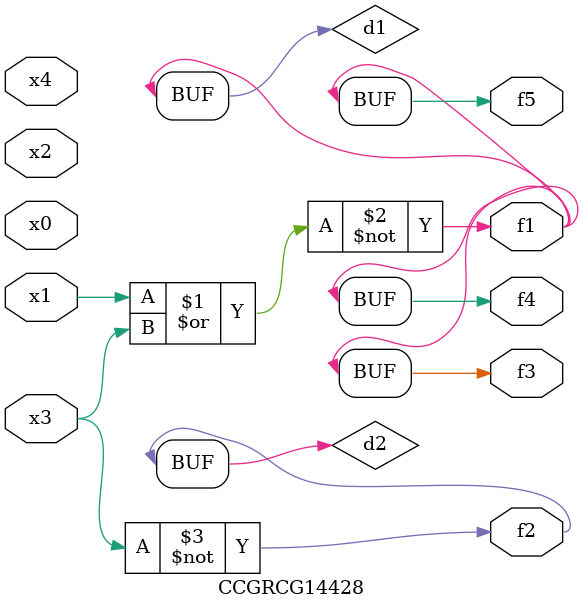
<source format=v>
module CCGRCG14428(
	input x0, x1, x2, x3, x4,
	output f1, f2, f3, f4, f5
);

	wire d1, d2;

	nor (d1, x1, x3);
	not (d2, x3);
	assign f1 = d1;
	assign f2 = d2;
	assign f3 = d1;
	assign f4 = d1;
	assign f5 = d1;
endmodule

</source>
